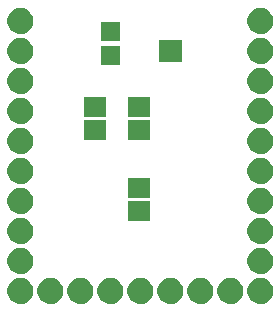
<source format=gbr>
G04 #@! TF.FileFunction,Soldermask,Bot*
%FSLAX46Y46*%
G04 Gerber Fmt 4.6, Leading zero omitted, Abs format (unit mm)*
G04 Created by KiCad (PCBNEW 0.201512080931+6353~38~ubuntu14.04.1-stable) date Sun 13 Dec 2015 15:09:23 CET*
%MOMM*%
G01*
G04 APERTURE LIST*
%ADD10C,0.100000*%
G04 APERTURE END LIST*
D10*
G36*
X138545538Y-113835730D02*
X138756860Y-113879108D01*
X138955715Y-113962698D01*
X139134563Y-114083333D01*
X139286569Y-114236403D01*
X139405944Y-114416078D01*
X139488150Y-114615526D01*
X139529914Y-114826450D01*
X139529914Y-114826466D01*
X139530047Y-114827139D01*
X139526606Y-115073534D01*
X139526455Y-115074197D01*
X139526455Y-115074221D01*
X139478818Y-115283893D01*
X139391073Y-115480972D01*
X139266728Y-115657241D01*
X139110508Y-115806008D01*
X138928363Y-115921600D01*
X138727248Y-115999608D01*
X138514798Y-116037069D01*
X138299124Y-116032551D01*
X138088435Y-115986229D01*
X137890759Y-115899866D01*
X137713615Y-115776747D01*
X137563764Y-115621572D01*
X137446904Y-115440241D01*
X137367492Y-115239668D01*
X137328550Y-115027491D01*
X137331562Y-114811793D01*
X137376413Y-114600784D01*
X137461396Y-114402503D01*
X137583272Y-114224509D01*
X137737398Y-114073577D01*
X137917905Y-113955456D01*
X138117918Y-113874645D01*
X138329821Y-113834223D01*
X138545538Y-113835730D01*
X138545538Y-113835730D01*
G37*
G36*
X141085538Y-113835730D02*
X141296860Y-113879108D01*
X141495715Y-113962698D01*
X141674563Y-114083333D01*
X141826569Y-114236403D01*
X141945944Y-114416078D01*
X142028150Y-114615526D01*
X142069914Y-114826450D01*
X142069914Y-114826466D01*
X142070047Y-114827139D01*
X142066606Y-115073534D01*
X142066455Y-115074197D01*
X142066455Y-115074221D01*
X142018818Y-115283893D01*
X141931073Y-115480972D01*
X141806728Y-115657241D01*
X141650508Y-115806008D01*
X141468363Y-115921600D01*
X141267248Y-115999608D01*
X141054798Y-116037069D01*
X140839124Y-116032551D01*
X140628435Y-115986229D01*
X140430759Y-115899866D01*
X140253615Y-115776747D01*
X140103764Y-115621572D01*
X139986904Y-115440241D01*
X139907492Y-115239668D01*
X139868550Y-115027491D01*
X139871562Y-114811793D01*
X139916413Y-114600784D01*
X140001396Y-114402503D01*
X140123272Y-114224509D01*
X140277398Y-114073577D01*
X140457905Y-113955456D01*
X140657918Y-113874645D01*
X140869821Y-113834223D01*
X141085538Y-113835730D01*
X141085538Y-113835730D01*
G37*
G36*
X151245538Y-113835730D02*
X151456860Y-113879108D01*
X151655715Y-113962698D01*
X151834563Y-114083333D01*
X151986569Y-114236403D01*
X152105944Y-114416078D01*
X152188150Y-114615526D01*
X152229914Y-114826450D01*
X152229914Y-114826466D01*
X152230047Y-114827139D01*
X152226606Y-115073534D01*
X152226455Y-115074197D01*
X152226455Y-115074221D01*
X152178818Y-115283893D01*
X152091073Y-115480972D01*
X151966728Y-115657241D01*
X151810508Y-115806008D01*
X151628363Y-115921600D01*
X151427248Y-115999608D01*
X151214798Y-116037069D01*
X150999124Y-116032551D01*
X150788435Y-115986229D01*
X150590759Y-115899866D01*
X150413615Y-115776747D01*
X150263764Y-115621572D01*
X150146904Y-115440241D01*
X150067492Y-115239668D01*
X150028550Y-115027491D01*
X150031562Y-114811793D01*
X150076413Y-114600784D01*
X150161396Y-114402503D01*
X150283272Y-114224509D01*
X150437398Y-114073577D01*
X150617905Y-113955456D01*
X150817918Y-113874645D01*
X151029821Y-113834223D01*
X151245538Y-113835730D01*
X151245538Y-113835730D01*
G37*
G36*
X143625538Y-113835730D02*
X143836860Y-113879108D01*
X144035715Y-113962698D01*
X144214563Y-114083333D01*
X144366569Y-114236403D01*
X144485944Y-114416078D01*
X144568150Y-114615526D01*
X144609914Y-114826450D01*
X144609914Y-114826466D01*
X144610047Y-114827139D01*
X144606606Y-115073534D01*
X144606455Y-115074197D01*
X144606455Y-115074221D01*
X144558818Y-115283893D01*
X144471073Y-115480972D01*
X144346728Y-115657241D01*
X144190508Y-115806008D01*
X144008363Y-115921600D01*
X143807248Y-115999608D01*
X143594798Y-116037069D01*
X143379124Y-116032551D01*
X143168435Y-115986229D01*
X142970759Y-115899866D01*
X142793615Y-115776747D01*
X142643764Y-115621572D01*
X142526904Y-115440241D01*
X142447492Y-115239668D01*
X142408550Y-115027491D01*
X142411562Y-114811793D01*
X142456413Y-114600784D01*
X142541396Y-114402503D01*
X142663272Y-114224509D01*
X142817398Y-114073577D01*
X142997905Y-113955456D01*
X143197918Y-113874645D01*
X143409821Y-113834223D01*
X143625538Y-113835730D01*
X143625538Y-113835730D01*
G37*
G36*
X146165538Y-113835730D02*
X146376860Y-113879108D01*
X146575715Y-113962698D01*
X146754563Y-114083333D01*
X146906569Y-114236403D01*
X147025944Y-114416078D01*
X147108150Y-114615526D01*
X147149914Y-114826450D01*
X147149914Y-114826466D01*
X147150047Y-114827139D01*
X147146606Y-115073534D01*
X147146455Y-115074197D01*
X147146455Y-115074221D01*
X147098818Y-115283893D01*
X147011073Y-115480972D01*
X146886728Y-115657241D01*
X146730508Y-115806008D01*
X146548363Y-115921600D01*
X146347248Y-115999608D01*
X146134798Y-116037069D01*
X145919124Y-116032551D01*
X145708435Y-115986229D01*
X145510759Y-115899866D01*
X145333615Y-115776747D01*
X145183764Y-115621572D01*
X145066904Y-115440241D01*
X144987492Y-115239668D01*
X144948550Y-115027491D01*
X144951562Y-114811793D01*
X144996413Y-114600784D01*
X145081396Y-114402503D01*
X145203272Y-114224509D01*
X145357398Y-114073577D01*
X145537905Y-113955456D01*
X145737918Y-113874645D01*
X145949821Y-113834223D01*
X146165538Y-113835730D01*
X146165538Y-113835730D01*
G37*
G36*
X148705538Y-113835730D02*
X148916860Y-113879108D01*
X149115715Y-113962698D01*
X149294563Y-114083333D01*
X149446569Y-114236403D01*
X149565944Y-114416078D01*
X149648150Y-114615526D01*
X149689914Y-114826450D01*
X149689914Y-114826466D01*
X149690047Y-114827139D01*
X149686606Y-115073534D01*
X149686455Y-115074197D01*
X149686455Y-115074221D01*
X149638818Y-115283893D01*
X149551073Y-115480972D01*
X149426728Y-115657241D01*
X149270508Y-115806008D01*
X149088363Y-115921600D01*
X148887248Y-115999608D01*
X148674798Y-116037069D01*
X148459124Y-116032551D01*
X148248435Y-115986229D01*
X148050759Y-115899866D01*
X147873615Y-115776747D01*
X147723764Y-115621572D01*
X147606904Y-115440241D01*
X147527492Y-115239668D01*
X147488550Y-115027491D01*
X147491562Y-114811793D01*
X147536413Y-114600784D01*
X147621396Y-114402503D01*
X147743272Y-114224509D01*
X147897398Y-114073577D01*
X148077905Y-113955456D01*
X148277918Y-113874645D01*
X148489821Y-113834223D01*
X148705538Y-113835730D01*
X148705538Y-113835730D01*
G37*
G36*
X153785538Y-113835730D02*
X153996860Y-113879108D01*
X154195715Y-113962698D01*
X154374563Y-114083333D01*
X154526569Y-114236403D01*
X154645944Y-114416078D01*
X154728150Y-114615526D01*
X154769914Y-114826450D01*
X154769914Y-114826466D01*
X154770047Y-114827139D01*
X154766606Y-115073534D01*
X154766455Y-115074197D01*
X154766455Y-115074221D01*
X154718818Y-115283893D01*
X154631073Y-115480972D01*
X154506728Y-115657241D01*
X154350508Y-115806008D01*
X154168363Y-115921600D01*
X153967248Y-115999608D01*
X153754798Y-116037069D01*
X153539124Y-116032551D01*
X153328435Y-115986229D01*
X153130759Y-115899866D01*
X152953615Y-115776747D01*
X152803764Y-115621572D01*
X152686904Y-115440241D01*
X152607492Y-115239668D01*
X152568550Y-115027491D01*
X152571562Y-114811793D01*
X152616413Y-114600784D01*
X152701396Y-114402503D01*
X152823272Y-114224509D01*
X152977398Y-114073577D01*
X153157905Y-113955456D01*
X153357918Y-113874645D01*
X153569821Y-113834223D01*
X153785538Y-113835730D01*
X153785538Y-113835730D01*
G37*
G36*
X156325538Y-113835730D02*
X156536860Y-113879108D01*
X156735715Y-113962698D01*
X156914563Y-114083333D01*
X157066569Y-114236403D01*
X157185944Y-114416078D01*
X157268150Y-114615526D01*
X157309914Y-114826450D01*
X157309914Y-114826466D01*
X157310047Y-114827139D01*
X157306606Y-115073534D01*
X157306455Y-115074197D01*
X157306455Y-115074221D01*
X157258818Y-115283893D01*
X157171073Y-115480972D01*
X157046728Y-115657241D01*
X156890508Y-115806008D01*
X156708363Y-115921600D01*
X156507248Y-115999608D01*
X156294798Y-116037069D01*
X156079124Y-116032551D01*
X155868435Y-115986229D01*
X155670759Y-115899866D01*
X155493615Y-115776747D01*
X155343764Y-115621572D01*
X155226904Y-115440241D01*
X155147492Y-115239668D01*
X155108550Y-115027491D01*
X155111562Y-114811793D01*
X155156413Y-114600784D01*
X155241396Y-114402503D01*
X155363272Y-114224509D01*
X155517398Y-114073577D01*
X155697905Y-113955456D01*
X155897918Y-113874645D01*
X156109821Y-113834223D01*
X156325538Y-113835730D01*
X156325538Y-113835730D01*
G37*
G36*
X158865538Y-113835730D02*
X159076860Y-113879108D01*
X159275715Y-113962698D01*
X159454563Y-114083333D01*
X159606569Y-114236403D01*
X159725944Y-114416078D01*
X159808150Y-114615526D01*
X159849914Y-114826450D01*
X159849914Y-114826466D01*
X159850047Y-114827139D01*
X159846606Y-115073534D01*
X159846455Y-115074197D01*
X159846455Y-115074221D01*
X159798818Y-115283893D01*
X159711073Y-115480972D01*
X159586728Y-115657241D01*
X159430508Y-115806008D01*
X159248363Y-115921600D01*
X159047248Y-115999608D01*
X158834798Y-116037069D01*
X158619124Y-116032551D01*
X158408435Y-115986229D01*
X158210759Y-115899866D01*
X158033615Y-115776747D01*
X157883764Y-115621572D01*
X157766904Y-115440241D01*
X157687492Y-115239668D01*
X157648550Y-115027491D01*
X157651562Y-114811793D01*
X157696413Y-114600784D01*
X157781396Y-114402503D01*
X157903272Y-114224509D01*
X158057398Y-114073577D01*
X158237905Y-113955456D01*
X158437918Y-113874645D01*
X158649821Y-113834223D01*
X158865538Y-113835730D01*
X158865538Y-113835730D01*
G37*
G36*
X138545538Y-111295730D02*
X138756860Y-111339108D01*
X138955715Y-111422698D01*
X139134563Y-111543333D01*
X139286569Y-111696403D01*
X139405944Y-111876078D01*
X139488150Y-112075526D01*
X139529914Y-112286450D01*
X139529914Y-112286466D01*
X139530047Y-112287139D01*
X139526606Y-112533534D01*
X139526455Y-112534197D01*
X139526455Y-112534221D01*
X139478818Y-112743893D01*
X139391073Y-112940972D01*
X139266728Y-113117241D01*
X139110508Y-113266008D01*
X138928363Y-113381600D01*
X138727248Y-113459608D01*
X138514798Y-113497069D01*
X138299124Y-113492551D01*
X138088435Y-113446229D01*
X137890759Y-113359866D01*
X137713615Y-113236747D01*
X137563764Y-113081572D01*
X137446904Y-112900241D01*
X137367492Y-112699668D01*
X137328550Y-112487491D01*
X137331562Y-112271793D01*
X137376413Y-112060784D01*
X137461396Y-111862503D01*
X137583272Y-111684509D01*
X137737398Y-111533577D01*
X137917905Y-111415456D01*
X138117918Y-111334645D01*
X138329821Y-111294223D01*
X138545538Y-111295730D01*
X138545538Y-111295730D01*
G37*
G36*
X158865538Y-111295730D02*
X159076860Y-111339108D01*
X159275715Y-111422698D01*
X159454563Y-111543333D01*
X159606569Y-111696403D01*
X159725944Y-111876078D01*
X159808150Y-112075526D01*
X159849914Y-112286450D01*
X159849914Y-112286466D01*
X159850047Y-112287139D01*
X159846606Y-112533534D01*
X159846455Y-112534197D01*
X159846455Y-112534221D01*
X159798818Y-112743893D01*
X159711073Y-112940972D01*
X159586728Y-113117241D01*
X159430508Y-113266008D01*
X159248363Y-113381600D01*
X159047248Y-113459608D01*
X158834798Y-113497069D01*
X158619124Y-113492551D01*
X158408435Y-113446229D01*
X158210759Y-113359866D01*
X158033615Y-113236747D01*
X157883764Y-113081572D01*
X157766904Y-112900241D01*
X157687492Y-112699668D01*
X157648550Y-112487491D01*
X157651562Y-112271793D01*
X157696413Y-112060784D01*
X157781396Y-111862503D01*
X157903272Y-111684509D01*
X158057398Y-111533577D01*
X158237905Y-111415456D01*
X158437918Y-111334645D01*
X158649821Y-111294223D01*
X158865538Y-111295730D01*
X158865538Y-111295730D01*
G37*
G36*
X158865538Y-108755730D02*
X159076860Y-108799108D01*
X159275715Y-108882698D01*
X159454563Y-109003333D01*
X159606569Y-109156403D01*
X159725944Y-109336078D01*
X159808150Y-109535526D01*
X159849914Y-109746450D01*
X159849914Y-109746466D01*
X159850047Y-109747139D01*
X159846606Y-109993534D01*
X159846455Y-109994197D01*
X159846455Y-109994221D01*
X159798818Y-110203893D01*
X159711073Y-110400972D01*
X159586728Y-110577241D01*
X159430508Y-110726008D01*
X159248363Y-110841600D01*
X159047248Y-110919608D01*
X158834798Y-110957069D01*
X158619124Y-110952551D01*
X158408435Y-110906229D01*
X158210759Y-110819866D01*
X158033615Y-110696747D01*
X157883764Y-110541572D01*
X157766904Y-110360241D01*
X157687492Y-110159668D01*
X157648550Y-109947491D01*
X157651562Y-109731793D01*
X157696413Y-109520784D01*
X157781396Y-109322503D01*
X157903272Y-109144509D01*
X158057398Y-108993577D01*
X158237905Y-108875456D01*
X158437918Y-108794645D01*
X158649821Y-108754223D01*
X158865538Y-108755730D01*
X158865538Y-108755730D01*
G37*
G36*
X138545538Y-108755730D02*
X138756860Y-108799108D01*
X138955715Y-108882698D01*
X139134563Y-109003333D01*
X139286569Y-109156403D01*
X139405944Y-109336078D01*
X139488150Y-109535526D01*
X139529914Y-109746450D01*
X139529914Y-109746466D01*
X139530047Y-109747139D01*
X139526606Y-109993534D01*
X139526455Y-109994197D01*
X139526455Y-109994221D01*
X139478818Y-110203893D01*
X139391073Y-110400972D01*
X139266728Y-110577241D01*
X139110508Y-110726008D01*
X138928363Y-110841600D01*
X138727248Y-110919608D01*
X138514798Y-110957069D01*
X138299124Y-110952551D01*
X138088435Y-110906229D01*
X137890759Y-110819866D01*
X137713615Y-110696747D01*
X137563764Y-110541572D01*
X137446904Y-110360241D01*
X137367492Y-110159668D01*
X137328550Y-109947491D01*
X137331562Y-109731793D01*
X137376413Y-109520784D01*
X137461396Y-109322503D01*
X137583272Y-109144509D01*
X137737398Y-108993577D01*
X137917905Y-108875456D01*
X138117918Y-108794645D01*
X138329821Y-108754223D01*
X138545538Y-108755730D01*
X138545538Y-108755730D01*
G37*
G36*
X149412300Y-108990740D02*
X147513700Y-108990740D01*
X147513700Y-107290260D01*
X149412300Y-107290260D01*
X149412300Y-108990740D01*
X149412300Y-108990740D01*
G37*
G36*
X138545538Y-106215730D02*
X138756860Y-106259108D01*
X138955715Y-106342698D01*
X139134563Y-106463333D01*
X139286569Y-106616403D01*
X139405944Y-106796078D01*
X139488150Y-106995526D01*
X139529914Y-107206450D01*
X139529914Y-107206466D01*
X139530047Y-107207139D01*
X139526606Y-107453534D01*
X139526455Y-107454197D01*
X139526455Y-107454221D01*
X139478818Y-107663893D01*
X139391073Y-107860972D01*
X139266728Y-108037241D01*
X139110508Y-108186008D01*
X138928363Y-108301600D01*
X138727248Y-108379608D01*
X138514798Y-108417069D01*
X138299124Y-108412551D01*
X138088435Y-108366229D01*
X137890759Y-108279866D01*
X137713615Y-108156747D01*
X137563764Y-108001572D01*
X137446904Y-107820241D01*
X137367492Y-107619668D01*
X137328550Y-107407491D01*
X137331562Y-107191793D01*
X137376413Y-106980784D01*
X137461396Y-106782503D01*
X137583272Y-106604509D01*
X137737398Y-106453577D01*
X137917905Y-106335456D01*
X138117918Y-106254645D01*
X138329821Y-106214223D01*
X138545538Y-106215730D01*
X138545538Y-106215730D01*
G37*
G36*
X158865538Y-106215730D02*
X159076860Y-106259108D01*
X159275715Y-106342698D01*
X159454563Y-106463333D01*
X159606569Y-106616403D01*
X159725944Y-106796078D01*
X159808150Y-106995526D01*
X159849914Y-107206450D01*
X159849914Y-107206466D01*
X159850047Y-107207139D01*
X159846606Y-107453534D01*
X159846455Y-107454197D01*
X159846455Y-107454221D01*
X159798818Y-107663893D01*
X159711073Y-107860972D01*
X159586728Y-108037241D01*
X159430508Y-108186008D01*
X159248363Y-108301600D01*
X159047248Y-108379608D01*
X158834798Y-108417069D01*
X158619124Y-108412551D01*
X158408435Y-108366229D01*
X158210759Y-108279866D01*
X158033615Y-108156747D01*
X157883764Y-108001572D01*
X157766904Y-107820241D01*
X157687492Y-107619668D01*
X157648550Y-107407491D01*
X157651562Y-107191793D01*
X157696413Y-106980784D01*
X157781396Y-106782503D01*
X157903272Y-106604509D01*
X158057398Y-106453577D01*
X158237905Y-106335456D01*
X158437918Y-106254645D01*
X158649821Y-106214223D01*
X158865538Y-106215730D01*
X158865538Y-106215730D01*
G37*
G36*
X149412300Y-107085740D02*
X147513700Y-107085740D01*
X147513700Y-105385260D01*
X149412300Y-105385260D01*
X149412300Y-107085740D01*
X149412300Y-107085740D01*
G37*
G36*
X138545538Y-103675730D02*
X138756860Y-103719108D01*
X138955715Y-103802698D01*
X139134563Y-103923333D01*
X139286569Y-104076403D01*
X139405944Y-104256078D01*
X139488150Y-104455526D01*
X139529914Y-104666450D01*
X139529914Y-104666466D01*
X139530047Y-104667139D01*
X139526606Y-104913534D01*
X139526455Y-104914197D01*
X139526455Y-104914221D01*
X139478818Y-105123893D01*
X139391073Y-105320972D01*
X139266728Y-105497241D01*
X139110508Y-105646008D01*
X138928363Y-105761600D01*
X138727248Y-105839608D01*
X138514798Y-105877069D01*
X138299124Y-105872551D01*
X138088435Y-105826229D01*
X137890759Y-105739866D01*
X137713615Y-105616747D01*
X137563764Y-105461572D01*
X137446904Y-105280241D01*
X137367492Y-105079668D01*
X137328550Y-104867491D01*
X137331562Y-104651793D01*
X137376413Y-104440784D01*
X137461396Y-104242503D01*
X137583272Y-104064509D01*
X137737398Y-103913577D01*
X137917905Y-103795456D01*
X138117918Y-103714645D01*
X138329821Y-103674223D01*
X138545538Y-103675730D01*
X138545538Y-103675730D01*
G37*
G36*
X158865538Y-103675730D02*
X159076860Y-103719108D01*
X159275715Y-103802698D01*
X159454563Y-103923333D01*
X159606569Y-104076403D01*
X159725944Y-104256078D01*
X159808150Y-104455526D01*
X159849914Y-104666450D01*
X159849914Y-104666466D01*
X159850047Y-104667139D01*
X159846606Y-104913534D01*
X159846455Y-104914197D01*
X159846455Y-104914221D01*
X159798818Y-105123893D01*
X159711073Y-105320972D01*
X159586728Y-105497241D01*
X159430508Y-105646008D01*
X159248363Y-105761600D01*
X159047248Y-105839608D01*
X158834798Y-105877069D01*
X158619124Y-105872551D01*
X158408435Y-105826229D01*
X158210759Y-105739866D01*
X158033615Y-105616747D01*
X157883764Y-105461572D01*
X157766904Y-105280241D01*
X157687492Y-105079668D01*
X157648550Y-104867491D01*
X157651562Y-104651793D01*
X157696413Y-104440784D01*
X157781396Y-104242503D01*
X157903272Y-104064509D01*
X158057398Y-103913577D01*
X158237905Y-103795456D01*
X158437918Y-103714645D01*
X158649821Y-103674223D01*
X158865538Y-103675730D01*
X158865538Y-103675730D01*
G37*
G36*
X158865538Y-101135730D02*
X159076860Y-101179108D01*
X159275715Y-101262698D01*
X159454563Y-101383333D01*
X159606569Y-101536403D01*
X159725944Y-101716078D01*
X159808150Y-101915526D01*
X159849914Y-102126450D01*
X159849914Y-102126466D01*
X159850047Y-102127139D01*
X159846606Y-102373534D01*
X159846455Y-102374197D01*
X159846455Y-102374221D01*
X159798818Y-102583893D01*
X159711073Y-102780972D01*
X159586728Y-102957241D01*
X159430508Y-103106008D01*
X159248363Y-103221600D01*
X159047248Y-103299608D01*
X158834798Y-103337069D01*
X158619124Y-103332551D01*
X158408435Y-103286229D01*
X158210759Y-103199866D01*
X158033615Y-103076747D01*
X157883764Y-102921572D01*
X157766904Y-102740241D01*
X157687492Y-102539668D01*
X157648550Y-102327491D01*
X157651562Y-102111793D01*
X157696413Y-101900784D01*
X157781396Y-101702503D01*
X157903272Y-101524509D01*
X158057398Y-101373577D01*
X158237905Y-101255456D01*
X158437918Y-101174645D01*
X158649821Y-101134223D01*
X158865538Y-101135730D01*
X158865538Y-101135730D01*
G37*
G36*
X138545538Y-101135730D02*
X138756860Y-101179108D01*
X138955715Y-101262698D01*
X139134563Y-101383333D01*
X139286569Y-101536403D01*
X139405944Y-101716078D01*
X139488150Y-101915526D01*
X139529914Y-102126450D01*
X139529914Y-102126466D01*
X139530047Y-102127139D01*
X139526606Y-102373534D01*
X139526455Y-102374197D01*
X139526455Y-102374221D01*
X139478818Y-102583893D01*
X139391073Y-102780972D01*
X139266728Y-102957241D01*
X139110508Y-103106008D01*
X138928363Y-103221600D01*
X138727248Y-103299608D01*
X138514798Y-103337069D01*
X138299124Y-103332551D01*
X138088435Y-103286229D01*
X137890759Y-103199866D01*
X137713615Y-103076747D01*
X137563764Y-102921572D01*
X137446904Y-102740241D01*
X137367492Y-102539668D01*
X137328550Y-102327491D01*
X137331562Y-102111793D01*
X137376413Y-101900784D01*
X137461396Y-101702503D01*
X137583272Y-101524509D01*
X137737398Y-101373577D01*
X137917905Y-101255456D01*
X138117918Y-101174645D01*
X138329821Y-101134223D01*
X138545538Y-101135730D01*
X138545538Y-101135730D01*
G37*
G36*
X149412300Y-102132740D02*
X147513700Y-102132740D01*
X147513700Y-100432260D01*
X149412300Y-100432260D01*
X149412300Y-102132740D01*
X149412300Y-102132740D01*
G37*
G36*
X145729300Y-102132740D02*
X143830700Y-102132740D01*
X143830700Y-100432260D01*
X145729300Y-100432260D01*
X145729300Y-102132740D01*
X145729300Y-102132740D01*
G37*
G36*
X158865538Y-98595730D02*
X159076860Y-98639108D01*
X159275715Y-98722698D01*
X159454563Y-98843333D01*
X159606569Y-98996403D01*
X159725944Y-99176078D01*
X159808150Y-99375526D01*
X159849914Y-99586450D01*
X159849914Y-99586466D01*
X159850047Y-99587139D01*
X159846606Y-99833534D01*
X159846455Y-99834197D01*
X159846455Y-99834221D01*
X159798818Y-100043893D01*
X159711073Y-100240972D01*
X159586728Y-100417241D01*
X159430508Y-100566008D01*
X159248363Y-100681600D01*
X159047248Y-100759608D01*
X158834798Y-100797069D01*
X158619124Y-100792551D01*
X158408435Y-100746229D01*
X158210759Y-100659866D01*
X158033615Y-100536747D01*
X157883764Y-100381572D01*
X157766904Y-100200241D01*
X157687492Y-99999668D01*
X157648550Y-99787491D01*
X157651562Y-99571793D01*
X157696413Y-99360784D01*
X157781396Y-99162503D01*
X157903272Y-98984509D01*
X158057398Y-98833577D01*
X158237905Y-98715456D01*
X158437918Y-98634645D01*
X158649821Y-98594223D01*
X158865538Y-98595730D01*
X158865538Y-98595730D01*
G37*
G36*
X138545538Y-98595730D02*
X138756860Y-98639108D01*
X138955715Y-98722698D01*
X139134563Y-98843333D01*
X139286569Y-98996403D01*
X139405944Y-99176078D01*
X139488150Y-99375526D01*
X139529914Y-99586450D01*
X139529914Y-99586466D01*
X139530047Y-99587139D01*
X139526606Y-99833534D01*
X139526455Y-99834197D01*
X139526455Y-99834221D01*
X139478818Y-100043893D01*
X139391073Y-100240972D01*
X139266728Y-100417241D01*
X139110508Y-100566008D01*
X138928363Y-100681600D01*
X138727248Y-100759608D01*
X138514798Y-100797069D01*
X138299124Y-100792551D01*
X138088435Y-100746229D01*
X137890759Y-100659866D01*
X137713615Y-100536747D01*
X137563764Y-100381572D01*
X137446904Y-100200241D01*
X137367492Y-99999668D01*
X137328550Y-99787491D01*
X137331562Y-99571793D01*
X137376413Y-99360784D01*
X137461396Y-99162503D01*
X137583272Y-98984509D01*
X137737398Y-98833577D01*
X137917905Y-98715456D01*
X138117918Y-98634645D01*
X138329821Y-98594223D01*
X138545538Y-98595730D01*
X138545538Y-98595730D01*
G37*
G36*
X149412300Y-100227740D02*
X147513700Y-100227740D01*
X147513700Y-98527260D01*
X149412300Y-98527260D01*
X149412300Y-100227740D01*
X149412300Y-100227740D01*
G37*
G36*
X145729300Y-100227740D02*
X143830700Y-100227740D01*
X143830700Y-98527260D01*
X145729300Y-98527260D01*
X145729300Y-100227740D01*
X145729300Y-100227740D01*
G37*
G36*
X158865538Y-96055730D02*
X159076860Y-96099108D01*
X159275715Y-96182698D01*
X159454563Y-96303333D01*
X159606569Y-96456403D01*
X159725944Y-96636078D01*
X159808150Y-96835526D01*
X159849914Y-97046450D01*
X159849914Y-97046466D01*
X159850047Y-97047139D01*
X159846606Y-97293534D01*
X159846455Y-97294197D01*
X159846455Y-97294221D01*
X159798818Y-97503893D01*
X159711073Y-97700972D01*
X159586728Y-97877241D01*
X159430508Y-98026008D01*
X159248363Y-98141600D01*
X159047248Y-98219608D01*
X158834798Y-98257069D01*
X158619124Y-98252551D01*
X158408435Y-98206229D01*
X158210759Y-98119866D01*
X158033615Y-97996747D01*
X157883764Y-97841572D01*
X157766904Y-97660241D01*
X157687492Y-97459668D01*
X157648550Y-97247491D01*
X157651562Y-97031793D01*
X157696413Y-96820784D01*
X157781396Y-96622503D01*
X157903272Y-96444509D01*
X158057398Y-96293577D01*
X158237905Y-96175456D01*
X158437918Y-96094645D01*
X158649821Y-96054223D01*
X158865538Y-96055730D01*
X158865538Y-96055730D01*
G37*
G36*
X138545538Y-96055730D02*
X138756860Y-96099108D01*
X138955715Y-96182698D01*
X139134563Y-96303333D01*
X139286569Y-96456403D01*
X139405944Y-96636078D01*
X139488150Y-96835526D01*
X139529914Y-97046450D01*
X139529914Y-97046466D01*
X139530047Y-97047139D01*
X139526606Y-97293534D01*
X139526455Y-97294197D01*
X139526455Y-97294221D01*
X139478818Y-97503893D01*
X139391073Y-97700972D01*
X139266728Y-97877241D01*
X139110508Y-98026008D01*
X138928363Y-98141600D01*
X138727248Y-98219608D01*
X138514798Y-98257069D01*
X138299124Y-98252551D01*
X138088435Y-98206229D01*
X137890759Y-98119866D01*
X137713615Y-97996747D01*
X137563764Y-97841572D01*
X137446904Y-97660241D01*
X137367492Y-97459668D01*
X137328550Y-97247491D01*
X137331562Y-97031793D01*
X137376413Y-96820784D01*
X137461396Y-96622503D01*
X137583272Y-96444509D01*
X137737398Y-96293577D01*
X137917905Y-96175456D01*
X138117918Y-96094645D01*
X138329821Y-96054223D01*
X138545538Y-96055730D01*
X138545538Y-96055730D01*
G37*
G36*
X146849440Y-95828460D02*
X145250560Y-95828460D01*
X145250560Y-94229580D01*
X146849440Y-94229580D01*
X146849440Y-95828460D01*
X146849440Y-95828460D01*
G37*
G36*
X158865538Y-93515730D02*
X159076860Y-93559108D01*
X159275715Y-93642698D01*
X159454563Y-93763333D01*
X159606569Y-93916403D01*
X159725944Y-94096078D01*
X159808150Y-94295526D01*
X159849914Y-94506450D01*
X159849914Y-94506466D01*
X159850047Y-94507139D01*
X159846606Y-94753534D01*
X159846455Y-94754197D01*
X159846455Y-94754221D01*
X159798818Y-94963893D01*
X159711073Y-95160972D01*
X159586728Y-95337241D01*
X159430508Y-95486008D01*
X159248363Y-95601600D01*
X159047248Y-95679608D01*
X158834798Y-95717069D01*
X158619124Y-95712551D01*
X158408435Y-95666229D01*
X158210759Y-95579866D01*
X158033615Y-95456747D01*
X157883764Y-95301572D01*
X157766904Y-95120241D01*
X157687492Y-94919668D01*
X157648550Y-94707491D01*
X157651562Y-94491793D01*
X157696413Y-94280784D01*
X157781396Y-94082503D01*
X157903272Y-93904509D01*
X158057398Y-93753577D01*
X158237905Y-93635456D01*
X158437918Y-93554645D01*
X158649821Y-93514223D01*
X158865538Y-93515730D01*
X158865538Y-93515730D01*
G37*
G36*
X138545538Y-93515730D02*
X138756860Y-93559108D01*
X138955715Y-93642698D01*
X139134563Y-93763333D01*
X139286569Y-93916403D01*
X139405944Y-94096078D01*
X139488150Y-94295526D01*
X139529914Y-94506450D01*
X139529914Y-94506466D01*
X139530047Y-94507139D01*
X139526606Y-94753534D01*
X139526455Y-94754197D01*
X139526455Y-94754221D01*
X139478818Y-94963893D01*
X139391073Y-95160972D01*
X139266728Y-95337241D01*
X139110508Y-95486008D01*
X138928363Y-95601600D01*
X138727248Y-95679608D01*
X138514798Y-95717069D01*
X138299124Y-95712551D01*
X138088435Y-95666229D01*
X137890759Y-95579866D01*
X137713615Y-95456747D01*
X137563764Y-95301572D01*
X137446904Y-95120241D01*
X137367492Y-94919668D01*
X137328550Y-94707491D01*
X137331562Y-94491793D01*
X137376413Y-94280784D01*
X137461396Y-94082503D01*
X137583272Y-93904509D01*
X137737398Y-93753577D01*
X137917905Y-93635456D01*
X138117918Y-93554645D01*
X138329821Y-93514223D01*
X138545538Y-93515730D01*
X138545538Y-93515730D01*
G37*
G36*
X152080570Y-95565570D02*
X150179430Y-95565570D01*
X150179430Y-93664430D01*
X152080570Y-93664430D01*
X152080570Y-95565570D01*
X152080570Y-95565570D01*
G37*
G36*
X146849440Y-93730420D02*
X145250560Y-93730420D01*
X145250560Y-92131540D01*
X146849440Y-92131540D01*
X146849440Y-93730420D01*
X146849440Y-93730420D01*
G37*
G36*
X158865538Y-90975730D02*
X159076860Y-91019108D01*
X159275715Y-91102698D01*
X159454563Y-91223333D01*
X159606569Y-91376403D01*
X159725944Y-91556078D01*
X159808150Y-91755526D01*
X159849914Y-91966450D01*
X159849914Y-91966466D01*
X159850047Y-91967139D01*
X159846606Y-92213534D01*
X159846455Y-92214197D01*
X159846455Y-92214221D01*
X159798818Y-92423893D01*
X159711073Y-92620972D01*
X159586728Y-92797241D01*
X159430508Y-92946008D01*
X159248363Y-93061600D01*
X159047248Y-93139608D01*
X158834798Y-93177069D01*
X158619124Y-93172551D01*
X158408435Y-93126229D01*
X158210759Y-93039866D01*
X158033615Y-92916747D01*
X157883764Y-92761572D01*
X157766904Y-92580241D01*
X157687492Y-92379668D01*
X157648550Y-92167491D01*
X157651562Y-91951793D01*
X157696413Y-91740784D01*
X157781396Y-91542503D01*
X157903272Y-91364509D01*
X158057398Y-91213577D01*
X158237905Y-91095456D01*
X158437918Y-91014645D01*
X158649821Y-90974223D01*
X158865538Y-90975730D01*
X158865538Y-90975730D01*
G37*
G36*
X138545538Y-90975730D02*
X138756860Y-91019108D01*
X138955715Y-91102698D01*
X139134563Y-91223333D01*
X139286569Y-91376403D01*
X139405944Y-91556078D01*
X139488150Y-91755526D01*
X139529914Y-91966450D01*
X139529914Y-91966466D01*
X139530047Y-91967139D01*
X139526606Y-92213534D01*
X139526455Y-92214197D01*
X139526455Y-92214221D01*
X139478818Y-92423893D01*
X139391073Y-92620972D01*
X139266728Y-92797241D01*
X139110508Y-92946008D01*
X138928363Y-93061600D01*
X138727248Y-93139608D01*
X138514798Y-93177069D01*
X138299124Y-93172551D01*
X138088435Y-93126229D01*
X137890759Y-93039866D01*
X137713615Y-92916747D01*
X137563764Y-92761572D01*
X137446904Y-92580241D01*
X137367492Y-92379668D01*
X137328550Y-92167491D01*
X137331562Y-91951793D01*
X137376413Y-91740784D01*
X137461396Y-91542503D01*
X137583272Y-91364509D01*
X137737398Y-91213577D01*
X137917905Y-91095456D01*
X138117918Y-91014645D01*
X138329821Y-90974223D01*
X138545538Y-90975730D01*
X138545538Y-90975730D01*
G37*
M02*

</source>
